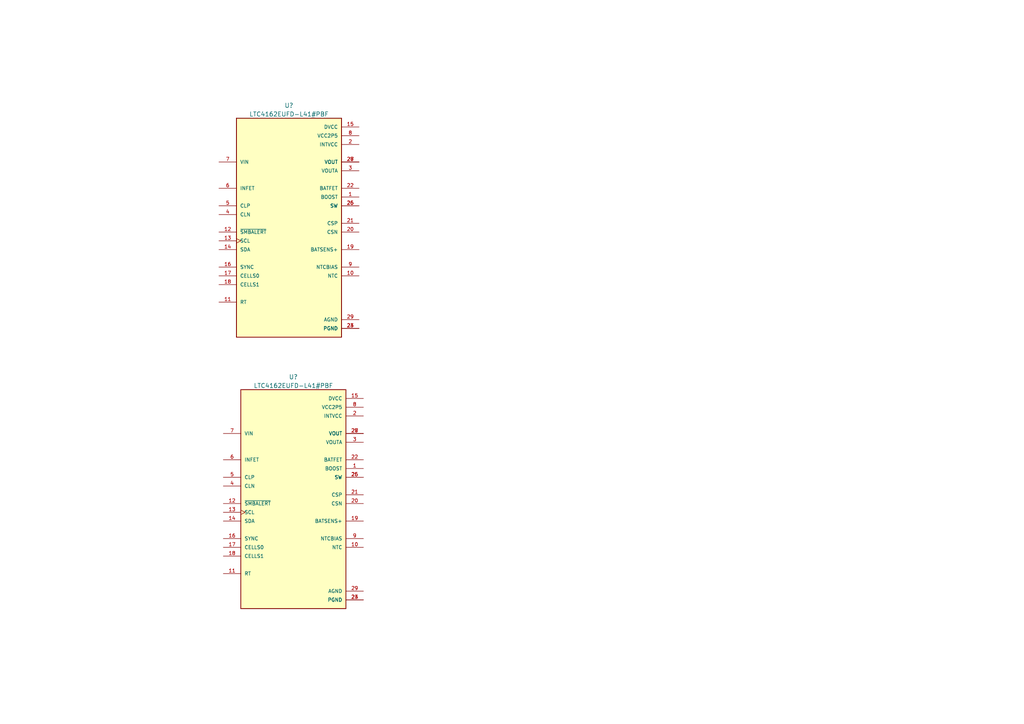
<source format=kicad_sch>
(kicad_sch (version 20211123) (generator eeschema)
  (paper "A4")
  (lib_symbols
    (symbol "LTC4162EUFD-L41_PBF:LTC4162EUFD-L41#PBF" (pin_names (offset 1.016))
      (property "Reference" "U" (at -15.24 31.242 0))
      (property "Value" "LTC4162EUFD-L41#PBF" (at -15.24 -35.56 0))
      (symbol "LTC4162EUFD-L41#PBF_0_0"
        (rectangle (start -15.24 -33.02) (end 15.24 30.48) (stroke (width 0.254)) (fill (type background)))
        (pin passive line (at 20.32 7.62 180) (length 5.08) (name "BOOST") (number "1"))
        (pin input line (at 20.32 -15.24 180) (length 5.08) (name "NTC") (number "10"))
        (pin passive line (at -20.32 -22.86 0) (length 5.08) (name "RT") (number "11"))
        (pin output line (at -20.32 -2.54 0) (length 5.08) (name "~{SMBALERT}") (number "12"))
        (pin input clock (at -20.32 -5.08 0) (length 5.08) (name "SCL") (number "13"))
        (pin bidirectional line (at -20.32 -7.62 0) (length 5.08) (name "SDA") (number "14"))
        (pin power_in line (at 20.32 27.94 180) (length 5.08) (name "DVCC") (number "15"))
        (pin input line (at -20.32 -12.7 0) (length 5.08) (name "SYNC") (number "16"))
        (pin input line (at -20.32 -15.24 0) (length 5.08) (name "CELLS0") (number "17"))
        (pin input line (at -20.32 -17.78 0) (length 5.08) (name "CELLS1") (number "18"))
        (pin passive line (at 20.32 -7.62 180) (length 5.08) (name "BATSENS+") (number "19"))
        (pin power_in line (at 20.32 22.86 180) (length 5.08) (name "INTVCC") (number "2"))
        (pin input line (at 20.32 -2.54 180) (length 5.08) (name "CSN") (number "20"))
        (pin input line (at 20.32 0 180) (length 5.08) (name "CSP") (number "21"))
        (pin input line (at 20.32 10.16 180) (length 5.08) (name "BATFET") (number "22"))
        (pin power_in line (at 20.32 -30.48 180) (length 5.08) (name "PGND") (number "23"))
        (pin power_in line (at 20.32 -30.48 180) (length 5.08) (name "PGND") (number "24"))
        (pin bidirectional line (at 20.32 5.08 180) (length 5.08) (name "SW") (number "25"))
        (pin bidirectional line (at 20.32 5.08 180) (length 5.08) (name "SW") (number "26"))
        (pin output line (at 20.32 17.78 180) (length 5.08) (name "VOUT") (number "27"))
        (pin output line (at 20.32 17.78 180) (length 5.08) (name "VOUT") (number "28"))
        (pin power_in line (at 20.32 -27.94 180) (length 5.08) (name "AGND") (number "29"))
        (pin output line (at 20.32 15.24 180) (length 5.08) (name "VOUTA") (number "3"))
        (pin input line (at -20.32 2.54 0) (length 5.08) (name "CLN") (number "4"))
        (pin input line (at -20.32 5.08 0) (length 5.08) (name "CLP") (number "5"))
        (pin output line (at -20.32 10.16 0) (length 5.08) (name "INFET") (number "6"))
        (pin input line (at -20.32 17.78 0) (length 5.08) (name "VIN") (number "7"))
        (pin power_in line (at 20.32 25.4 180) (length 5.08) (name "VCC2P5") (number "8"))
        (pin output line (at 20.32 -12.7 180) (length 5.08) (name "NTCBIAS") (number "9"))
      )
    )
  )
  (symbol (lib_id "LTC4162EUFD-L41_PBF:LTC4162EUFD-L41#PBF") (at 85.09 143.51 0) (unit 1)
    (property "Reference" "U?" (at 85.09 109.3302 0))
    (property "Value" "LTC4162EUFD-L41#PBF" (at 85.09 111.8671 0))
    (property "Footprint" "QFN50P500X400X80-29N" (effects hide))
    (property "MANUFACTURER" "Analog Devices" (effects hide))
    (property "PARTREV" "A" (effects hide))
    (property "STANDARD" "IPC-7351B" (effects hide))
  )
  (symbol (lib_id "LTC4162EUFD-L41_PBF:LTC4162EUFD-L41#PBF") (at 83.82 64.77 0) (unit 1)
    (property "Reference" "U?" (at 83.82 30.5902 0))
    (property "Value" "LTC4162EUFD-L41#PBF" (at 83.82 33.1271 0))
    (property "Footprint" "QFN50P500X400X80-29N" (effects hide))
    (property "MANUFACTURER" "Analog Devices" (effects hide))
    (property "PARTREV" "A" (effects hide))
    (property "STANDARD" "IPC-7351B" (effects hide))
  )
)
</source>
